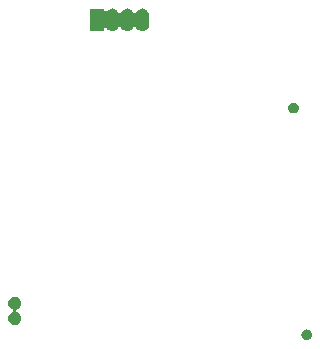
<source format=gbr>
G04 #@! TF.GenerationSoftware,KiCad,Pcbnew,5.1.5-52549c5~84~ubuntu18.04.1*
G04 #@! TF.CreationDate,2020-01-06T13:59:53+01:00*
G04 #@! TF.ProjectId,PCB-Ange,5043422d-416e-4676-952e-6b696361645f,rev?*
G04 #@! TF.SameCoordinates,Original*
G04 #@! TF.FileFunction,Soldermask,Bot*
G04 #@! TF.FilePolarity,Negative*
%FSLAX46Y46*%
G04 Gerber Fmt 4.6, Leading zero omitted, Abs format (unit mm)*
G04 Created by KiCad (PCBNEW 5.1.5-52549c5~84~ubuntu18.04.1) date 2020-01-06 13:59:53*
%MOMM*%
%LPD*%
G04 APERTURE LIST*
%ADD10C,0.100000*%
G04 APERTURE END LIST*
D10*
G36*
X115957552Y-126236331D02*
G01*
X116039627Y-126270328D01*
X116039629Y-126270329D01*
X116076813Y-126295175D01*
X116113495Y-126319685D01*
X116176315Y-126382505D01*
X116225672Y-126456373D01*
X116259669Y-126538448D01*
X116277000Y-126625579D01*
X116277000Y-126714421D01*
X116259669Y-126801552D01*
X116225672Y-126883627D01*
X116225671Y-126883629D01*
X116176314Y-126957496D01*
X116113496Y-127020314D01*
X116039629Y-127069671D01*
X116039628Y-127069672D01*
X116039627Y-127069672D01*
X115957552Y-127103669D01*
X115870421Y-127121000D01*
X115781579Y-127121000D01*
X115694448Y-127103669D01*
X115612373Y-127069672D01*
X115612372Y-127069672D01*
X115612371Y-127069671D01*
X115538504Y-127020314D01*
X115475686Y-126957496D01*
X115426329Y-126883629D01*
X115426328Y-126883627D01*
X115392331Y-126801552D01*
X115375000Y-126714421D01*
X115375000Y-126625579D01*
X115392331Y-126538448D01*
X115426328Y-126456373D01*
X115475685Y-126382505D01*
X115538505Y-126319685D01*
X115575187Y-126295175D01*
X115612371Y-126270329D01*
X115612373Y-126270328D01*
X115694448Y-126236331D01*
X115781579Y-126219000D01*
X115870421Y-126219000D01*
X115957552Y-126236331D01*
G37*
G36*
X91270721Y-123473174D02*
G01*
X91370995Y-123514709D01*
X91370996Y-123514710D01*
X91461242Y-123575010D01*
X91537990Y-123651758D01*
X91537991Y-123651760D01*
X91598291Y-123742005D01*
X91639826Y-123842279D01*
X91661000Y-123948730D01*
X91661000Y-124057270D01*
X91639826Y-124163721D01*
X91598291Y-124263995D01*
X91598290Y-124263996D01*
X91537990Y-124354242D01*
X91461242Y-124430990D01*
X91415812Y-124461345D01*
X91370995Y-124491291D01*
X91295611Y-124522516D01*
X91274000Y-124534067D01*
X91255059Y-124549612D01*
X91239513Y-124568554D01*
X91227962Y-124590165D01*
X91220849Y-124613614D01*
X91218447Y-124638000D01*
X91220849Y-124662386D01*
X91227962Y-124685835D01*
X91239513Y-124707446D01*
X91255058Y-124726387D01*
X91274000Y-124741933D01*
X91295611Y-124753484D01*
X91370995Y-124784709D01*
X91370996Y-124784710D01*
X91461242Y-124845010D01*
X91537990Y-124921758D01*
X91537991Y-124921760D01*
X91598291Y-125012005D01*
X91639826Y-125112279D01*
X91661000Y-125218730D01*
X91661000Y-125327270D01*
X91639826Y-125433721D01*
X91598291Y-125533995D01*
X91598290Y-125533996D01*
X91537990Y-125624242D01*
X91461242Y-125700990D01*
X91415812Y-125731345D01*
X91370995Y-125761291D01*
X91270721Y-125802826D01*
X91164270Y-125824000D01*
X91055730Y-125824000D01*
X90949279Y-125802826D01*
X90849005Y-125761291D01*
X90804188Y-125731345D01*
X90758758Y-125700990D01*
X90682010Y-125624242D01*
X90621710Y-125533996D01*
X90621709Y-125533995D01*
X90580174Y-125433721D01*
X90559000Y-125327270D01*
X90559000Y-125218730D01*
X90580174Y-125112279D01*
X90621709Y-125012005D01*
X90682009Y-124921760D01*
X90682010Y-124921758D01*
X90758758Y-124845010D01*
X90849004Y-124784710D01*
X90849005Y-124784709D01*
X90924389Y-124753484D01*
X90946000Y-124741933D01*
X90964941Y-124726388D01*
X90980487Y-124707446D01*
X90992038Y-124685835D01*
X90999151Y-124662386D01*
X91001553Y-124638000D01*
X90999151Y-124613614D01*
X90992038Y-124590165D01*
X90980487Y-124568554D01*
X90964942Y-124549613D01*
X90946000Y-124534067D01*
X90924389Y-124522516D01*
X90849005Y-124491291D01*
X90804188Y-124461345D01*
X90758758Y-124430990D01*
X90682010Y-124354242D01*
X90621710Y-124263996D01*
X90621709Y-124263995D01*
X90580174Y-124163721D01*
X90559000Y-124057270D01*
X90559000Y-123948730D01*
X90580174Y-123842279D01*
X90621709Y-123742005D01*
X90682009Y-123651760D01*
X90682010Y-123651758D01*
X90758758Y-123575010D01*
X90849004Y-123514710D01*
X90849005Y-123514709D01*
X90949279Y-123473174D01*
X91055730Y-123452000D01*
X91164270Y-123452000D01*
X91270721Y-123473174D01*
G37*
G36*
X114838152Y-107033931D02*
G01*
X114920227Y-107067928D01*
X114920229Y-107067929D01*
X114957413Y-107092775D01*
X114994095Y-107117285D01*
X115056915Y-107180105D01*
X115106272Y-107253973D01*
X115140269Y-107336048D01*
X115157600Y-107423179D01*
X115157600Y-107512021D01*
X115140269Y-107599152D01*
X115106272Y-107681227D01*
X115106271Y-107681229D01*
X115056914Y-107755096D01*
X114994096Y-107817914D01*
X114920229Y-107867271D01*
X114920228Y-107867272D01*
X114920227Y-107867272D01*
X114838152Y-107901269D01*
X114751021Y-107918600D01*
X114662179Y-107918600D01*
X114575048Y-107901269D01*
X114492973Y-107867272D01*
X114492972Y-107867272D01*
X114492971Y-107867271D01*
X114419104Y-107817914D01*
X114356286Y-107755096D01*
X114306929Y-107681229D01*
X114306928Y-107681227D01*
X114272931Y-107599152D01*
X114255600Y-107512021D01*
X114255600Y-107423179D01*
X114272931Y-107336048D01*
X114306928Y-107253973D01*
X114356285Y-107180105D01*
X114419105Y-107117285D01*
X114455787Y-107092775D01*
X114492971Y-107067929D01*
X114492973Y-107067928D01*
X114575048Y-107033931D01*
X114662179Y-107016600D01*
X114751021Y-107016600D01*
X114838152Y-107033931D01*
G37*
G36*
X102019875Y-99057479D02*
G01*
X102093516Y-99079818D01*
X102130337Y-99090987D01*
X102232139Y-99145402D01*
X102289227Y-99192253D01*
X102321369Y-99218631D01*
X102394598Y-99307861D01*
X102394599Y-99307863D01*
X102449013Y-99409662D01*
X102449524Y-99411347D01*
X102482521Y-99520124D01*
X102491000Y-99606215D01*
X102491000Y-100393785D01*
X102482521Y-100479876D01*
X102460182Y-100553517D01*
X102449013Y-100590338D01*
X102394598Y-100692140D01*
X102321370Y-100781370D01*
X102232140Y-100854598D01*
X102130338Y-100909013D01*
X102093517Y-100920182D01*
X102019876Y-100942521D01*
X101905000Y-100953835D01*
X101790125Y-100942521D01*
X101716484Y-100920182D01*
X101679663Y-100909013D01*
X101577861Y-100854598D01*
X101488631Y-100781370D01*
X101415402Y-100692138D01*
X101380240Y-100626355D01*
X101366627Y-100605980D01*
X101349300Y-100588653D01*
X101328925Y-100575040D01*
X101306286Y-100565662D01*
X101282253Y-100560882D01*
X101257749Y-100560882D01*
X101233716Y-100565662D01*
X101211077Y-100575040D01*
X101190702Y-100588653D01*
X101173375Y-100605980D01*
X101159762Y-100626354D01*
X101124598Y-100692140D01*
X101051370Y-100781370D01*
X100962140Y-100854598D01*
X100860338Y-100909013D01*
X100823517Y-100920182D01*
X100749876Y-100942521D01*
X100635000Y-100953835D01*
X100520125Y-100942521D01*
X100446484Y-100920182D01*
X100409663Y-100909013D01*
X100307861Y-100854598D01*
X100218631Y-100781370D01*
X100145402Y-100692138D01*
X100110240Y-100626355D01*
X100096627Y-100605980D01*
X100079300Y-100588653D01*
X100058925Y-100575040D01*
X100036286Y-100565662D01*
X100012253Y-100560882D01*
X99987749Y-100560882D01*
X99963716Y-100565662D01*
X99941077Y-100575040D01*
X99920702Y-100588653D01*
X99903375Y-100605980D01*
X99889762Y-100626354D01*
X99854598Y-100692140D01*
X99781370Y-100781370D01*
X99692140Y-100854598D01*
X99590338Y-100909013D01*
X99553517Y-100920182D01*
X99479876Y-100942521D01*
X99365000Y-100953835D01*
X99250125Y-100942521D01*
X99176484Y-100920182D01*
X99139663Y-100909013D01*
X99037861Y-100854598D01*
X98948631Y-100781370D01*
X98902625Y-100725310D01*
X98885298Y-100707983D01*
X98864924Y-100694369D01*
X98842285Y-100684992D01*
X98818252Y-100680211D01*
X98793748Y-100680211D01*
X98769714Y-100684991D01*
X98747076Y-100694368D01*
X98726701Y-100707982D01*
X98709374Y-100725309D01*
X98695760Y-100745683D01*
X98686383Y-100768322D01*
X98681602Y-100792355D01*
X98681000Y-100804608D01*
X98681000Y-100951000D01*
X97509000Y-100951000D01*
X97509000Y-99049000D01*
X98681000Y-99049000D01*
X98681000Y-99195392D01*
X98683402Y-99219778D01*
X98690515Y-99243227D01*
X98702066Y-99264838D01*
X98717611Y-99283780D01*
X98736553Y-99299325D01*
X98758164Y-99310876D01*
X98781613Y-99317989D01*
X98805999Y-99320391D01*
X98830385Y-99317989D01*
X98853834Y-99310876D01*
X98875445Y-99299325D01*
X98894387Y-99283780D01*
X98902625Y-99274690D01*
X98948629Y-99218634D01*
X98948631Y-99218631D01*
X99037861Y-99145402D01*
X99049507Y-99139177D01*
X99139662Y-99090987D01*
X99176483Y-99079818D01*
X99250124Y-99057479D01*
X99365000Y-99046165D01*
X99479875Y-99057479D01*
X99553516Y-99079818D01*
X99590337Y-99090987D01*
X99692139Y-99145402D01*
X99749227Y-99192253D01*
X99781369Y-99218631D01*
X99854598Y-99307861D01*
X99854601Y-99307865D01*
X99889761Y-99373645D01*
X99903374Y-99394020D01*
X99920701Y-99411347D01*
X99941076Y-99424960D01*
X99963715Y-99434338D01*
X99987748Y-99439118D01*
X100012252Y-99439118D01*
X100036285Y-99434338D01*
X100058924Y-99424960D01*
X100079299Y-99411347D01*
X100096626Y-99394020D01*
X100110239Y-99373646D01*
X100145402Y-99307861D01*
X100218629Y-99218634D01*
X100218631Y-99218631D01*
X100307861Y-99145402D01*
X100319507Y-99139177D01*
X100409662Y-99090987D01*
X100446483Y-99079818D01*
X100520124Y-99057479D01*
X100635000Y-99046165D01*
X100749875Y-99057479D01*
X100823516Y-99079818D01*
X100860337Y-99090987D01*
X100962139Y-99145402D01*
X101019227Y-99192253D01*
X101051369Y-99218631D01*
X101124598Y-99307861D01*
X101124601Y-99307865D01*
X101159761Y-99373645D01*
X101173374Y-99394020D01*
X101190701Y-99411347D01*
X101211076Y-99424960D01*
X101233715Y-99434338D01*
X101257748Y-99439118D01*
X101282252Y-99439118D01*
X101306285Y-99434338D01*
X101328924Y-99424960D01*
X101349299Y-99411347D01*
X101366626Y-99394020D01*
X101380239Y-99373646D01*
X101415402Y-99307861D01*
X101488629Y-99218634D01*
X101488631Y-99218631D01*
X101577861Y-99145402D01*
X101589507Y-99139177D01*
X101679662Y-99090987D01*
X101716483Y-99079818D01*
X101790124Y-99057479D01*
X101905000Y-99046165D01*
X102019875Y-99057479D01*
G37*
M02*

</source>
